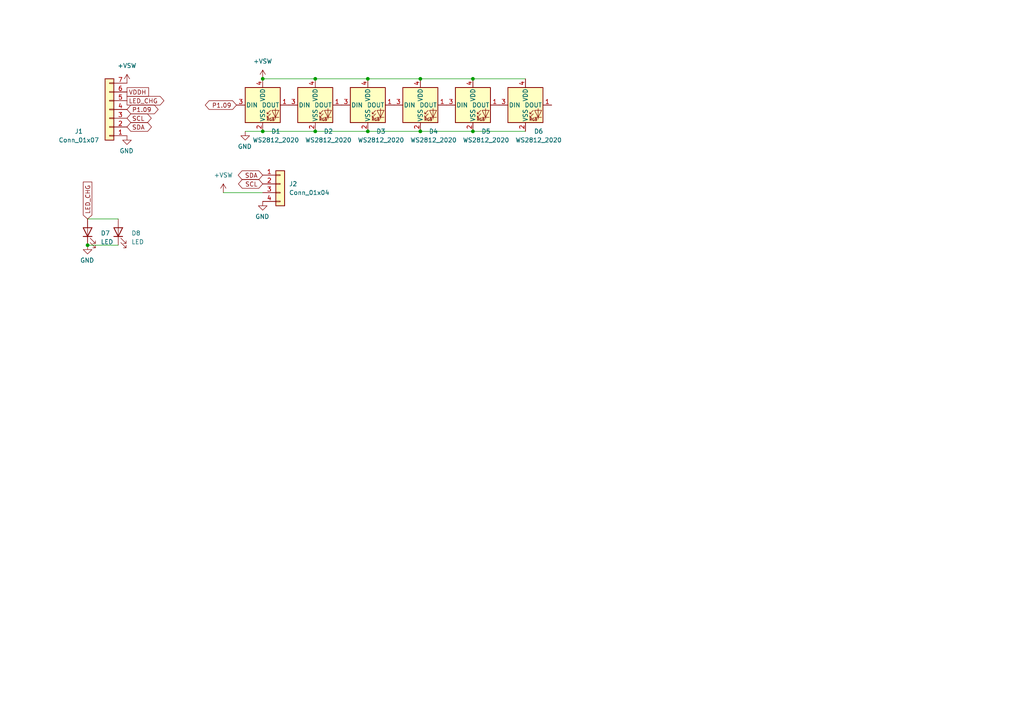
<source format=kicad_sch>
(kicad_sch (version 20211123) (generator eeschema)
  (paper "A4")
  (lib_symbols
    (symbol "Connector_Generic:Conn_01x04" (pin_names (offset 1.016) hide)
      (property "Reference" "J" (at 0 5.08 0))
      (property "Value" "Conn_01x04" (at 0 -7.62 0))
      (symbol "Conn_01x04_1_1"
        (rectangle (start -1.27 -4.953) (end 0 -5.207) (stroke (width 0.1524)))
        (rectangle (start -1.27 -2.413) (end 0 -2.667) (stroke (width 0.1524)))
        (rectangle (start -1.27 0.127) (end 0 -0.127) (stroke (width 0.1524)))
        (rectangle (start -1.27 2.667) (end 0 2.413) (stroke (width 0.1524)))
        (rectangle (start -1.27 3.81) (end 1.27 -6.35) (stroke (width 0.254)) (fill (type background)))
        (pin passive line (at -5.08 2.54 0) (length 3.81) (name "Pin_1") (number "1"))
        (pin passive line (at -5.08 0 0) (length 3.81) (name "Pin_2") (number "2"))
        (pin passive line (at -5.08 -2.54 0) (length 3.81) (name "Pin_3") (number "3"))
        (pin passive line (at -5.08 -5.08 0) (length 3.81) (name "Pin_4") (number "4"))
      )
    )
    (symbol "Connector_Generic:Conn_01x07" (pin_names (offset 1.016) hide)
      (property "Reference" "J" (at 0 10.16 0))
      (property "Value" "Conn_01x07" (at 0 -10.16 0))
      (symbol "Conn_01x07_1_1"
        (rectangle (start -1.27 -7.493) (end 0 -7.747) (stroke (width 0.1524)))
        (rectangle (start -1.27 -4.953) (end 0 -5.207) (stroke (width 0.1524)))
        (rectangle (start -1.27 -2.413) (end 0 -2.667) (stroke (width 0.1524)))
        (rectangle (start -1.27 0.127) (end 0 -0.127) (stroke (width 0.1524)))
        (rectangle (start -1.27 2.667) (end 0 2.413) (stroke (width 0.1524)))
        (rectangle (start -1.27 5.207) (end 0 4.953) (stroke (width 0.1524)))
        (rectangle (start -1.27 7.747) (end 0 7.493) (stroke (width 0.1524)))
        (rectangle (start -1.27 8.89) (end 1.27 -8.89) (stroke (width 0.254)) (fill (type background)))
        (pin passive line (at -5.08 7.62 0) (length 3.81) (name "Pin_1") (number "1"))
        (pin passive line (at -5.08 5.08 0) (length 3.81) (name "Pin_2") (number "2"))
        (pin passive line (at -5.08 2.54 0) (length 3.81) (name "Pin_3") (number "3"))
        (pin passive line (at -5.08 0 0) (length 3.81) (name "Pin_4") (number "4"))
        (pin passive line (at -5.08 -2.54 0) (length 3.81) (name "Pin_5") (number "5"))
        (pin passive line (at -5.08 -5.08 0) (length 3.81) (name "Pin_6") (number "6"))
        (pin passive line (at -5.08 -7.62 0) (length 3.81) (name "Pin_7") (number "7"))
      )
    )
    (symbol "Device:LED" (pin_numbers hide) (pin_names (offset 1.016) hide)
      (property "Reference" "D" (at 0 2.54 0))
      (property "Value" "LED" (at 0 -2.54 0))
      (symbol "LED_0_1"
        (polyline (pts (xy -1.27 -1.27) (xy -1.27 1.27)) (stroke (width 0.254)))
        (polyline (pts (xy -1.27 0) (xy 1.27 0)))
        (polyline (pts (xy 1.27 -1.27) (xy 1.27 1.27) (xy -1.27 0) (xy 1.27 -1.27)) (stroke (width 0.254)))
        (polyline (pts (xy -3.048 -0.762) (xy -4.572 -2.286) (xy -3.81 -2.286) (xy -4.572 -2.286) (xy -4.572 -1.524)))
        (polyline (pts (xy -1.778 -0.762) (xy -3.302 -2.286) (xy -2.54 -2.286) (xy -3.302 -2.286) (xy -3.302 -1.524)))
      )
      (symbol "LED_1_1"
        (pin passive line (at -3.81 0 0) (length 2.54) (name "K") (number "1"))
        (pin passive line (at 3.81 0 180) (length 2.54) (name "A") (number "2"))
      )
    )
    (symbol "marbastlib-various:WS2812_2020" (pin_names (offset 0.254))
      (property "Reference" "D" (at 5.08 5.715 0))
      (property "Value" "WS2812_2020" (at 1.27 -5.715 0))
      (symbol "WS2812_2020_0_0"
        (text "RGB" (at 2.286 -4.191 0) (effects (font (size 0.762 0.762))))
      )
      (symbol "WS2812_2020_0_1"
        (polyline (pts (xy 1.27 -3.556) (xy 1.778 -3.556)))
        (polyline (pts (xy 1.27 -2.54) (xy 1.778 -2.54)))
        (polyline (pts (xy 4.699 -3.556) (xy 2.667 -3.556)))
        (polyline (pts (xy 2.286 -2.54) (xy 1.27 -3.556) (xy 1.27 -3.048)))
        (polyline (pts (xy 2.286 -1.524) (xy 1.27 -2.54) (xy 1.27 -2.032)))
        (polyline (pts (xy 3.683 -1.016) (xy 3.683 -3.556) (xy 3.683 -4.064)))
        (polyline (pts (xy 4.699 -1.524) (xy 2.667 -1.524) (xy 3.683 -3.556) (xy 4.699 -1.524)))
        (rectangle (start 5.08 5.08) (end -5.08 -5.08) (stroke (width 0.254)) (fill (type background)))
      )
      (symbol "WS2812_2020_1_1"
        (pin output line (at 7.62 0 180) (length 2.54) (name "DOUT") (number "1"))
        (pin power_in line (at 0 -7.62 90) (length 2.54) (name "VSS") (number "2"))
        (pin input line (at -7.62 0 0) (length 2.54) (name "DIN") (number "3"))
        (pin power_in line (at 0 7.62 270) (length 2.54) (name "VDD") (number "4"))
      )
    )
    (symbol "power:+VSW" (power) (pin_names (offset 0))
      (property "Value" "+VSW" (at 0 3.556 0))
      (symbol "+VSW_0_1"
        (polyline (pts (xy -0.762 1.27) (xy 0 2.54)))
        (polyline (pts (xy 0 0) (xy 0 2.54)))
        (polyline (pts (xy 0 2.54) (xy 0.762 1.27)))
      )
      (symbol "+VSW_1_1"
        (pin power_in line (at 0 0 90) (length 0) hide (name "+VSW") (number "1"))
      )
    )
    (symbol "power:GND" (power) (pin_names (offset 0))
      (property "Value" "GND" (at 0 -3.81 0))
      (symbol "GND_0_1"
        (polyline (pts (xy 0 0) (xy 0 -1.27) (xy 1.27 -1.27) (xy 0 -2.54) (xy -1.27 -1.27) (xy 0 -1.27)))
      )
      (symbol "GND_1_1"
        (pin power_in line (at 0 0 270) (length 0) hide (name "GND") (number "1"))
      )
    )
  )
  (junction (at 137.16 22.86))
  (junction (at 121.92 38.1))
  (junction (at 121.92 22.86))
  (junction (at 106.68 38.1))
  (junction (at 76.2 38.1))
  (junction (at 76.2 22.86))
  (junction (at 25.4 71.12))
  (junction (at 106.68 22.86))
  (junction (at 91.44 22.86))
  (junction (at 91.44 38.1))
  (junction (at 137.16 38.1))
  (wire (pts (xy 91.44 22.86) (xy 106.68 22.86)))
  (wire (pts (xy 91.44 38.1) (xy 106.68 38.1)))
  (wire (pts (xy 121.92 38.1) (xy 137.16 38.1)))
  (wire (pts (xy 106.68 38.1) (xy 121.92 38.1)))
  (wire (pts (xy 25.4 71.12) (xy 34.29 71.12)))
  (wire (pts (xy 64.77 55.88) (xy 76.2 55.88)))
  (wire (pts (xy 71.12 38.1) (xy 76.2 38.1)))
  (wire (pts (xy 137.16 38.1) (xy 152.4 38.1)))
  (wire (pts (xy 25.4 63.5) (xy 34.29 63.5)))
  (wire (pts (xy 76.2 38.1) (xy 91.44 38.1)))
  (wire (pts (xy 76.2 22.86) (xy 91.44 22.86)))
  (wire (pts (xy 137.16 22.86) (xy 152.4 22.86)))
  (wire (pts (xy 106.68 22.86) (xy 121.92 22.86)))
  (wire (pts (xy 121.92 22.86) (xy 137.16 22.86)))
  (global_label "SDA" (shape bidirectional) (at 36.83 36.83 0) (property "Intersheet References" "${INTERSHEET_REFS}" (effects hide)))
  (global_label "P1.09" (shape bidirectional) (at 68.58 30.48 180) (property "Intersheet References" "${INTERSHEET_REFS}" (effects hide)))
  (global_label "VDDH" (shape passive) (at 36.83 26.67 0) (property "Intersheet References" "${INTERSHEET_REFS}" (effects hide)))
  (global_label "SDA" (shape bidirectional) (at 76.2 50.8 180) (property "Intersheet References" "${INTERSHEET_REFS}" (effects hide)))
  (global_label "LED_CHG" (shape input) (at 25.4 63.5 90) (property "Intersheet References" "${INTERSHEET_REFS}" (effects hide)))
  (global_label "SCL" (shape bidirectional) (at 36.83 34.29 0) (property "Intersheet References" "${INTERSHEET_REFS}" (effects hide)))
  (global_label "LED_CHG" (shape output) (at 36.83 29.21 0) (property "Intersheet References" "${INTERSHEET_REFS}" (effects hide)))
  (global_label "P1.09" (shape bidirectional) (at 36.83 31.75 0) (property "Intersheet References" "${INTERSHEET_REFS}" (effects hide)))
  (global_label "SCL" (shape bidirectional) (at 76.2 53.34 180) (property "Intersheet References" "${INTERSHEET_REFS}" (effects hide)))
  (symbol (lib_id "power:+VSW") (at 64.77 55.88 0) (mirror y) (unit 1)
    (property "Reference" "#PWR05" (effects hide))
    (property "Value" "+VSW" (at 64.77 50.8 0))
  )
  (symbol (lib_id "Device:LED") (at 34.29 67.31 90) (unit 1)
    (property "Reference" "D8" (at 38.1 67.6274 90) (effects (justify right)))
    (property "Value" "LED" (at 38.1 70.1674 90) (effects (justify right)))
    (property "Footprint" "LED_THT:LED_Rectangular_W3.0mm_H2.0mm" (effects hide))
  )
  (symbol (lib_id "marbastlib-various:WS2812_2020") (at 91.44 30.48 0) (unit 1)
    (property "Reference" "D2" (at 95.25 38.1 0))
    (property "Value" "WS2812_2020" (at 95.25 40.64 0))
    (property "Footprint" "marbastlib-various:LED_WS2812_2020" (effects hide))
    (property "Datasheet" "https://www.world-semi.com/DownLoadFile/139" (effects hide))
  )
  (symbol (lib_id "Connector_Generic:Conn_01x04") (at 81.28 53.34 0) (unit 1)
    (property "Reference" "J2" (at 83.82 53.3399 0) (effects (justify left)))
    (property "Value" "Conn_01x04" (at 83.82 55.8799 0) (effects (justify left)))
    (property "Footprint" "Connector_PinHeader_2.54mm:PinHeader_1x04_P2.54mm_Vertical" (effects hide))
  )
  (symbol (lib_id "power:GND") (at 76.2 58.42 0) (mirror y) (unit 1)
    (property "Reference" "#PWR06" (effects hide))
    (property "Value" "GND" (at 76.073 62.8142 0))
  )
  (symbol (lib_id "marbastlib-various:WS2812_2020") (at 76.2 30.48 0) (unit 1)
    (property "Reference" "D1" (at 80.01 38.1 0))
    (property "Value" "WS2812_2020" (at 80.01 40.64 0))
    (property "Footprint" "marbastlib-various:LED_WS2812_2020" (effects hide))
    (property "Datasheet" "https://www.world-semi.com/DownLoadFile/139" (effects hide))
  )
  (symbol (lib_id "power:GND") (at 25.4 71.12 0) (mirror y) (unit 1)
    (property "Reference" "#PWR07" (effects hide))
    (property "Value" "GND" (at 25.273 75.5142 0))
  )
  (symbol (lib_id "Device:LED") (at 25.4 67.31 90) (unit 1)
    (property "Reference" "D7" (at 29.21 67.6274 90) (effects (justify right)))
    (property "Value" "LED" (at 29.21 70.1674 90) (effects (justify right)))
    (property "Footprint" "LED_SMD:LED_0805_2012Metric_Pad1.15x1.40mm_HandSolder" (effects hide))
  )
  (symbol (lib_id "Connector_Generic:Conn_01x07") (at 31.75 31.75 180) (unit 1)
    (property "Reference" "J1" (at 22.86 38.1 0))
    (property "Value" "Conn_01x07" (at 22.86 40.64 0))
    (property "Footprint" "Connector_Molex:Molex_PicoBlade_53048-0710_1x07_P1.25mm_Horizontal" (effects hide))
  )
  (symbol (lib_id "marbastlib-various:WS2812_2020") (at 152.4 30.48 0) (unit 1)
    (property "Reference" "D6" (at 156.21 38.1 0))
    (property "Value" "WS2812_2020" (at 156.21 40.64 0))
    (property "Footprint" "marbastlib-various:LED_WS2812_2020" (effects hide))
    (property "Datasheet" "https://www.world-semi.com/DownLoadFile/139" (effects hide))
  )
  (symbol (lib_id "marbastlib-various:WS2812_2020") (at 137.16 30.48 0) (unit 1)
    (property "Reference" "D5" (at 140.97 38.1 0))
    (property "Value" "WS2812_2020" (at 140.97 40.64 0))
    (property "Footprint" "marbastlib-various:LED_WS2812_2020" (effects hide))
    (property "Datasheet" "https://www.world-semi.com/DownLoadFile/139" (effects hide))
  )
  (symbol (lib_id "marbastlib-various:WS2812_2020") (at 121.92 30.48 0) (unit 1)
    (property "Reference" "D4" (at 125.73 38.1 0))
    (property "Value" "WS2812_2020" (at 125.73 40.64 0))
    (property "Footprint" "marbastlib-various:LED_WS2812_2020" (effects hide))
    (property "Datasheet" "https://www.world-semi.com/DownLoadFile/139" (effects hide))
  )
  (symbol (lib_id "power:+VSW") (at 76.2 22.86 0) (mirror y) (unit 1)
    (property "Reference" "#PWR01" (effects hide))
    (property "Value" "+VSW" (at 76.2 17.78 0))
  )
  (symbol (lib_id "marbastlib-various:WS2812_2020") (at 106.68 30.48 0) (unit 1)
    (property "Reference" "D3" (at 110.49 38.1 0))
    (property "Value" "WS2812_2020" (at 110.49 40.64 0))
    (property "Footprint" "marbastlib-various:LED_WS2812_2020" (effects hide))
    (property "Datasheet" "https://www.world-semi.com/DownLoadFile/139" (effects hide))
  )
  (symbol (lib_id "power:GND") (at 36.83 39.37 0) (mirror y) (unit 1)
    (property "Reference" "#PWR04" (effects hide))
    (property "Value" "GND" (at 36.703 43.7642 0))
  )
  (symbol (lib_id "power:GND") (at 71.12 38.1 0) (mirror y) (unit 1)
    (property "Reference" "#PWR03" (effects hide))
    (property "Value" "GND" (at 70.993 42.4942 0))
  )
  (symbol (lib_id "power:+VSW") (at 36.83 24.13 0) (mirror y) (unit 1)
    (property "Reference" "#PWR02" (effects hide))
    (property "Value" "+VSW" (at 36.83 19.05 0))
  )
)
</source>
